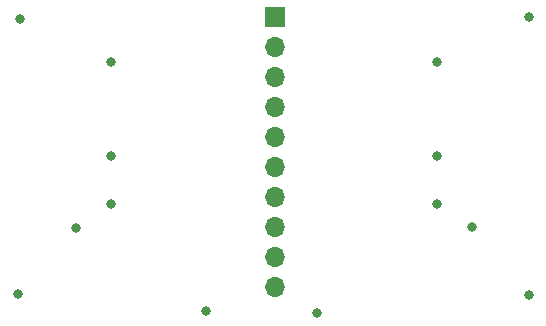
<source format=gbr>
%TF.GenerationSoftware,KiCad,Pcbnew,7.0.2*%
%TF.CreationDate,2023-11-04T13:58:57-04:00*%
%TF.ProjectId,AntSniffer,416e7453-6e69-4666-9665-722e6b696361,rev?*%
%TF.SameCoordinates,Original*%
%TF.FileFunction,Copper,L4,Bot*%
%TF.FilePolarity,Positive*%
%FSLAX46Y46*%
G04 Gerber Fmt 4.6, Leading zero omitted, Abs format (unit mm)*
G04 Created by KiCad (PCBNEW 7.0.2) date 2023-11-04 13:58:57*
%MOMM*%
%LPD*%
G01*
G04 APERTURE LIST*
%TA.AperFunction,ComponentPad*%
%ADD10R,1.700000X1.700000*%
%TD*%
%TA.AperFunction,ComponentPad*%
%ADD11O,1.700000X1.700000*%
%TD*%
%TA.AperFunction,ViaPad*%
%ADD12C,0.800000*%
%TD*%
G04 APERTURE END LIST*
D10*
%TO.P,J1,1,Pin_1*%
%TO.N,/A2*%
X168579800Y-45979000D03*
D11*
%TO.P,J1,2,Pin_2*%
%TO.N,/SCL*%
X168579800Y-48519000D03*
%TO.P,J1,3,Pin_3*%
%TO.N,/SDA*%
X168579800Y-51059000D03*
%TO.P,J1,4,Pin_4*%
%TO.N,/PLUG*%
X168579800Y-53599000D03*
%TO.P,J1,5,Pin_5*%
%TO.N,/A1*%
X168579800Y-56139000D03*
%TO.P,J1,6,Pin_6*%
%TO.N,/TX*%
X168579800Y-58679000D03*
%TO.P,J1,7,Pin_7*%
%TO.N,/RST*%
X168579800Y-61219000D03*
%TO.P,J1,8,Pin_8*%
%TO.N,/RX*%
X168579800Y-63759000D03*
%TO.P,J1,9,Pin_9*%
%TO.N,/A0*%
X168579800Y-66299000D03*
%TO.P,J1,10,Pin_10*%
%TO.N,/3V3*%
X168579800Y-68839000D03*
%TD*%
D12*
%TO.N,GND*%
X172212000Y-71069200D03*
%TO.N,/3V3*%
X185318400Y-63754000D03*
X151765000Y-63804800D03*
%TO.N,GND*%
X146837400Y-69443600D03*
X162814000Y-70840600D03*
X182295800Y-61759600D03*
X154736800Y-61771800D03*
X190093600Y-45974000D03*
X154762200Y-57771800D03*
X147015200Y-46126400D03*
X182295800Y-57759600D03*
X182295800Y-49759600D03*
X190119000Y-69519800D03*
X154762200Y-49771800D03*
%TD*%
M02*

</source>
